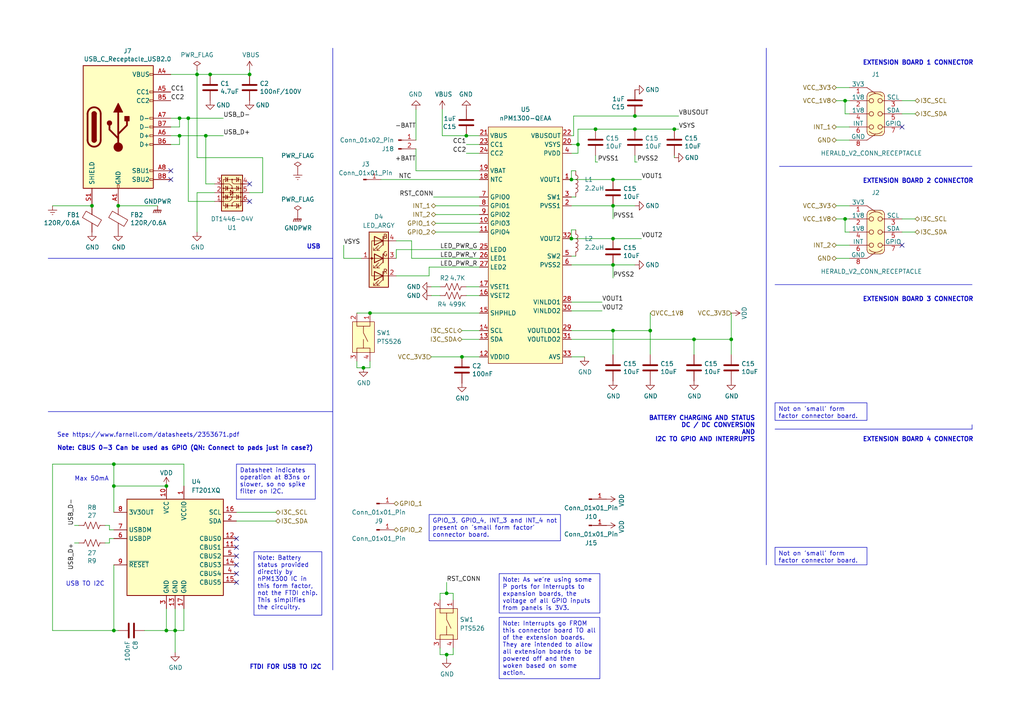
<source format=kicad_sch>
(kicad_sch (version 20230121) (generator eeschema)
  (paper "A4")
  (title_block (title "V2 Wearable Standard Connector Board") (company "The Herald Project") (comment 1 "Copyright 2021-2023 All Rights Reserved") (comment 2 "Licensed under CERN OHL-P-V2"))
  (lib_symbols
    (symbol "Connector:Conn_01x01_Pin" (pin_names (offset 1.016) hide)
      (property "Reference" "J" (at 0 2.54 0))
      (property "Value" "Conn_01x01_Pin" (at 0 -2.54 0))
      (symbol "Conn_01x01_Pin_1_1"
        (pin passive line (at 5.08 0 180) (length 3.81) (name "Pin_1") (number "1"))
      )
    )
    (symbol "Connector:Conn_01x02_Pin" (pin_names (offset 1.016) hide)
      (property "Reference" "J" (at 0 2.54 0))
      (property "Value" "Conn_01x02_Pin" (at 0 -5.08 0))
      (symbol "Conn_01x02_Pin_1_1"
        (pin passive line (at 5.08 0 180) (length 3.81) (name "Pin_1") (number "1"))
        (pin passive line (at 5.08 -2.54 180) (length 3.81) (name "Pin_2") (number "2"))
      )
    )
    (symbol "Connector:USB_C_Receptacle_USB2.0" (pin_names (offset 1.016))
      (property "Reference" "J" (at -10.16 19.05 0))
      (property "Value" "USB_C_Receptacle_USB2.0" (at 19.05 19.05 0))
      (symbol "USB_C_Receptacle_USB2.0_1_1"
        (pin passive line (at 0 -22.86 90) (length 5.08) (name "GND") (number "A1"))
        (pin passive line (at 0 -22.86 90) (length 5.08) hide (name "GND") (number "A12"))
        (pin passive line (at 15.24 15.24 180) (length 5.08) (name "VBUS") (number "A4"))
        (pin bidirectional line (at 15.24 10.16 180) (length 5.08) (name "CC1") (number "A5"))
        (pin bidirectional line (at 15.24 -2.54 180) (length 5.08) (name "D+") (number "A6"))
        (pin bidirectional line (at 15.24 2.54 180) (length 5.08) (name "D-") (number "A7"))
        (pin bidirectional line (at 15.24 -12.7 180) (length 5.08) (name "SBU1") (number "A8"))
        (pin passive line (at 15.24 15.24 180) (length 5.08) hide (name "VBUS") (number "A9"))
        (pin passive line (at 0 -22.86 90) (length 5.08) hide (name "GND") (number "B1"))
        (pin passive line (at 0 -22.86 90) (length 5.08) hide (name "GND") (number "B12"))
        (pin passive line (at 15.24 15.24 180) (length 5.08) hide (name "VBUS") (number "B4"))
        (pin bidirectional line (at 15.24 7.62 180) (length 5.08) (name "CC2") (number "B5"))
        (pin bidirectional line (at 15.24 -5.08 180) (length 5.08) (name "D+") (number "B6"))
        (pin bidirectional line (at 15.24 0 180) (length 5.08) (name "D-") (number "B7"))
        (pin bidirectional line (at 15.24 -15.24 180) (length 5.08) (name "SBU2") (number "B8"))
        (pin passive line (at 15.24 15.24 180) (length 5.08) hide (name "VBUS") (number "B9"))
        (pin passive line (at -7.62 -22.86 90) (length 5.08) (name "SHIELD") (number "S1"))
      )
    )
    (symbol "Device:C" (pin_numbers hide) (pin_names (offset 0.254))
      (property "Reference" "C" (at 0.635 2.54 0))
      (property "Value" "C" (at 0.635 -2.54 0))
      (symbol "C_1_1"
        (pin passive line (at 0 3.81 270) (length 2.794) (name "~") (number "1"))
        (pin passive line (at 0 -3.81 90) (length 2.794) (name "~") (number "2"))
      )
    )
    (symbol "Device:FerriteBead" (pin_numbers hide) (pin_names (offset 0))
      (property "Reference" "FB" (at -3.81 0.635 90))
      (property "Value" "FerriteBead" (at 3.81 0 90))
      (symbol "FerriteBead_1_1"
        (pin passive line (at 0 3.81 270) (length 2.54) (name "~") (number "1"))
        (pin passive line (at 0 -3.81 90) (length 2.54) (name "~") (number "2"))
      )
    )
    (symbol "Device:L" (pin_numbers hide) (pin_names (offset 1.016) hide)
      (property "Reference" "L" (at -1.27 0 90))
      (property "Value" "L" (at 1.905 0 90))
      (symbol "L_1_1"
        (pin passive line (at 0 3.81 270) (length 1.27) (name "1") (number "1"))
        (pin passive line (at 0 -3.81 90) (length 1.27) (name "2") (number "2"))
      )
    )
    (symbol "Device:LED_ARGB" (pin_names (offset 0) hide)
      (property "Reference" "D" (at 0 9.398 0))
      (property "Value" "LED_ARGB" (at 0 -8.89 0))
      (symbol "LED_ARGB_0_0"
        (text "B" (at -1.905 -6.35 0) (effects (font (size 1.27 1.27))))
        (text "G" (at -1.905 -1.27 0) (effects (font (size 1.27 1.27))))
        (text "R" (at -1.905 3.81 0) (effects (font (size 1.27 1.27))))
      )
      (symbol "LED_ARGB_1_1"
        (pin passive line (at 5.08 0 180) (length 2.54) (name "A") (number "1"))
        (pin passive line (at -5.08 5.08 0) (length 2.54) (name "RK") (number "2"))
        (pin passive line (at -5.08 0 0) (length 2.54) (name "GK") (number "3"))
        (pin passive line (at -5.08 -5.08 0) (length 2.54) (name "BK") (number "4"))
      )
    )
    (symbol "Device:R_US" (pin_numbers hide) (pin_names (offset 0))
      (property "Reference" "R" (at 2.54 0 90))
      (property "Value" "R_US" (at -2.54 0 90))
      (symbol "R_US_1_1"
        (pin passive line (at 0 3.81 270) (length 1.27) (name "~") (number "1"))
        (pin passive line (at 0 -3.81 90) (length 1.27) (name "~") (number "2"))
      )
    )
    (symbol "HERALD_V2_CONN_RECEPTACLE_1" (pin_names (offset 0))
      (property "Reference" "J" (at 0 10.16 0))
      (property "Value" "HERALD_V2_CONN_RECEPTACLE" (at -1.27 -12.7 0))
      (symbol "HERALD_V2_CONN_RECEPTACLE_1_1_1"
        (text private "Note: Signal (and 1V8 pins) are each max 0.5A, 3V3 and GND are both max 5A" (at 1.27 -24.13 0) (effects (font (size 1.27 1.27))))
        (text private "Note: You MUST join both 1V8 pins together immediately to allow greater current." (at 1.27 -20.32 0) (effects (font (size 1.27 1.27))))
        (pin power_in line (at -7.62 6.35 0) (length 5.08) (name "3V3") (number "1"))
        (pin power_in line (at -7.62 2.54 0) (length 5.08) (name "1V8") (number "2"))
        (pin passive line (at 7.62 2.54 180) (length 5.08) (name "SCL") (number "3"))
        (pin power_in line (at -7.62 -1.27 0) (length 5.08) (name "1V8") (number "4"))
        (pin bidirectional line (at 7.62 -1.27 180) (length 5.08) (name "SDA") (number "5"))
        (pin bidirectional line (at -7.62 -5.08 0) (length 5.08) (name "INT") (number "6"))
        (pin bidirectional line (at 7.62 -5.08 180) (length 5.08) (name "GPIO") (number "7"))
        (pin power_in line (at -7.62 -8.89 0) (length 5.08) (name "GND") (number "8"))
      )
    )
    (symbol "HERALD_V2_CONN_RECEPTACLE_2" (pin_names (offset 0))
      (property "Reference" "J" (at 0 10.16 0))
      (property "Value" "HERALD_V2_CONN_RECEPTACLE" (at -1.27 -12.7 0))
      (symbol "HERALD_V2_CONN_RECEPTACLE_2_1_1"
        (text private "Note: Signal (and 1V8 pins) are each max 0.5A, 3V3 and GND are both max 5A" (at 1.27 -24.13 0) (effects (font (size 1.27 1.27))))
        (text private "Note: You MUST join both 1V8 pins together immediately to allow greater current." (at 1.27 -20.32 0) (effects (font (size 1.27 1.27))))
        (pin power_in line (at -7.62 6.35 0) (length 5.08) (name "3V3") (number "1"))
        (pin power_in line (at -7.62 2.54 0) (length 5.08) (name "1V8") (number "2"))
        (pin passive line (at 7.62 2.54 180) (length 5.08) (name "SCL") (number "3"))
        (pin power_in line (at -7.62 -1.27 0) (length 5.08) (name "1V8") (number "4"))
        (pin bidirectional line (at 7.62 -1.27 180) (length 5.08) (name "SDA") (number "5"))
        (pin bidirectional line (at -7.62 -5.08 0) (length 5.08) (name "INT") (number "6"))
        (pin bidirectional line (at 7.62 -5.08 180) (length 5.08) (name "GPIO") (number "7"))
        (pin power_in line (at -7.62 -8.89 0) (length 5.08) (name "GND") (number "8"))
      )
    )
    (symbol "Herald_Extras:SPST_NO_RESET" (pin_names hide)
      (property "Reference" "SW" (at 0 4.445 0))
      (property "Value" "PTS526" (at 0 -4.445 0))
      (symbol "SPST_NO_RESET_1_1"
        (pin bidirectional line (at -6.985 1.905 0) (length 2.54) (name "1") (number "1"))
        (pin bidirectional line (at -6.985 -1.905 0) (length 2.54) (name "2") (number "2"))
        (pin bidirectional line (at 6.985 -1.905 180) (length 2.54) (name "3") (number "3"))
        (pin bidirectional line (at 6.985 1.905 180) (length 2.54) (name "4") (number "4"))
      )
    )
    (symbol "Herald_Extras:TVS4-563"
      (property "Reference" "U" (at -6.985 -2.54 0))
      (property "Value" "TVS4-563" (at 6.35 1.27 90))
      (symbol "TVS4-563_1_1"
        (pin passive line (at -2.54 -5.08 90) (length 2.54) (name "~") (number "1"))
        (pin passive line (at 0 -5.08 90) (length 2.54) (name "~") (number "2"))
        (pin passive line (at 2.54 -5.08 90) (length 2.54) (name "~") (number "3"))
        (pin passive line (at 2.54 5.08 270) (length 2.54) (name "~") (number "4"))
        (pin passive line (at 0 5.08 270) (length 2.54) (name "~") (number "5"))
        (pin passive line (at -2.54 5.08 270) (length 2.54) (name "~") (number "6"))
      )
    )
    (symbol "Herald_Extras:nPM1300"
      (property "Reference" "U" (at -9.525 35.56 0))
      (property "Value" "nPM1300" (at 0 -35.56 0))
      (symbol "nPM1300_1_1"
        (pin power_out line (at 13.335 19.05 180) (length 2.54) (name "VOUT1") (number "1"))
        (pin bidirectional line (at -13.335 6.35 0) (length 2.54) (name "GPIO3") (number "10"))
        (pin bidirectional line (at -13.335 3.81 0) (length 2.54) (name "GPIO4") (number "11"))
        (pin passive line (at -13.335 -32.385 0) (length 2.54) (name "VDDIO") (number "12"))
        (pin bidirectional line (at -13.335 -27.305 0) (length 2.54) (name "SDA") (number "13"))
        (pin input line (at -13.335 -24.765 0) (length 2.54) (name "SCL") (number "14"))
        (pin input line (at -13.335 -19.685 0) (length 2.54) (name "SHPHLD") (number "15"))
        (pin input line (at -13.335 -14.605 0) (length 2.54) (name "VSET2") (number "16"))
        (pin input line (at -13.335 -12.065 0) (length 2.54) (name "VSET1") (number "17"))
        (pin input line (at -13.335 19.05 0) (length 2.54) (name "NTC") (number "18"))
        (pin passive line (at -13.335 21.59 0) (length 2.54) (name "VBAT") (number "19"))
        (pin passive line (at 13.335 11.43 180) (length 2.54) (name "PVSS1") (number "2"))
        (pin power_out line (at 13.335 29.21 180) (length 2.54) (name "VSYS") (number "20"))
        (pin passive line (at -13.335 31.75 0) (length 2.54) (name "VBUS") (number "21"))
        (pin power_out line (at 13.335 31.75 180) (length 2.54) (name "VBUSOUT") (number "22"))
        (pin bidirectional line (at -13.335 29.21 0) (length 2.54) (name "CC1") (number "23"))
        (pin bidirectional line (at -13.335 26.67 0) (length 2.54) (name "CC2") (number "24"))
        (pin output line (at -13.335 -1.27 0) (length 2.54) (name "LED0") (number "25"))
        (pin output line (at -13.335 -3.81 0) (length 2.54) (name "LED1") (number "26"))
        (pin output line (at -13.335 -6.35 0) (length 2.54) (name "LED2") (number "27"))
        (pin power_in line (at 13.335 -16.51 180) (length 2.54) (name "VINLDO1") (number "28"))
        (pin power_out line (at 13.335 -24.765 180) (length 2.54) (name "VOUTLDO1") (number "29"))
        (pin passive line (at 13.335 13.97 180) (length 2.54) (name "SW1") (number "3"))
        (pin power_in line (at 13.335 -19.05 180) (length 2.54) (name "VINLDO2") (number "30"))
        (pin power_out line (at 13.335 -27.305 180) (length 2.54) (name "VOUTLDO2") (number "31"))
        (pin power_out line (at 13.335 1.905 180) (length 2.54) (name "VOUT2") (number "32"))
        (pin passive line (at 13.335 -32.385 180) (length 2.54) (name "AVS") (number "33"))
        (pin passive line (at 13.335 26.67 180) (length 2.54) (name "PVDD") (number "4"))
        (pin passive line (at 13.335 -3.175 180) (length 2.54) (name "SW2") (number "5"))
        (pin passive line (at 13.335 -5.715 180) (length 2.54) (name "PVSS2") (number "6"))
        (pin bidirectional line (at -13.335 13.97 0) (length 2.54) (name "GPIO0") (number "7"))
        (pin bidirectional line (at -13.335 11.43 0) (length 2.54) (name "GPIO1") (number "8"))
        (pin bidirectional line (at -13.335 8.89 0) (length 2.54) (name "GPIO2") (number "9"))
      )
    )
    (symbol "Interface_USB:FT201XQ"
      (property "Reference" "U4" (at 4.7341 19.05 0))
      (property "Value" "FT201XQ" (at 4.7341 16.51 0))
      (symbol "FT201XQ_1_1"
        (pin power_in line (at 2.54 17.78 270) (length 3.81) (name "VCCIO") (number "1"))
        (pin power_in line (at -2.54 17.78 270) (length 3.81) (name "VCC") (number "10"))
        (pin bidirectional line (at 17.78 0 180) (length 3.81) (name "CBUS1") (number "11"))
        (pin bidirectional line (at 17.78 2.54 180) (length 3.81) (name "CBUS0") (number "12"))
        (pin power_in line (at 0 -17.78 90) (length 3.81) (name "GND") (number "13"))
        (pin bidirectional line (at 17.78 -5.08 180) (length 3.81) (name "CBUS3") (number "14"))
        (pin bidirectional line (at 17.78 -10.16 180) (length 3.81) (name "CBUS5") (number "15"))
        (pin input line (at 17.78 10.16 180) (length 3.81) (name "SCL") (number "16"))
        (pin power_in line (at 2.54 -17.78 90) (length 3.81) (name "GND") (number "17"))
        (pin bidirectional line (at 17.78 7.62 180) (length 3.81) (name "SDA") (number "2"))
        (pin power_in line (at -2.54 -17.78 90) (length 3.81) (name "GND") (number "3"))
        (pin bidirectional line (at 17.78 -7.62 180) (length 3.81) (name "CBUS4") (number "4"))
        (pin bidirectional line (at 17.78 -2.54 180) (length 3.81) (name "CBUS2") (number "5"))
        (pin bidirectional line (at -17.78 2.54 0) (length 3.81) (name "USBDP") (number "6"))
        (pin bidirectional line (at -17.78 5.08 0) (length 3.81) (name "USBDM") (number "7"))
        (pin passive line (at -17.78 10.16 0) (length 3.81) (name "3V3OUT") (number "8"))
        (pin input line (at -17.78 -5.08 0) (length 3.81) (name "~{RESET}") (number "9"))
      )
    )
    (symbol "power:Earth" (power) (pin_names (offset 0))
      (symbol "Earth_1_1"
        (pin power_in line (at 0 0 270) (length 0) hide (name "Earth") (number "1"))
      )
    )
    (symbol "power:GND" (power) (pin_names (offset 0))
      (property "Value" "GND" (at 0 -3.81 0))
      (symbol "GND_1_1"
        (pin power_in line (at 0 0 270) (length 0) hide (name "GND") (number "1"))
      )
    )
    (symbol "power:GNDPWR" (power) (pin_names (offset 0))
      (property "Value" "GNDPWR" (at 0 -3.302 0))
      (symbol "GNDPWR_1_1"
        (pin power_in line (at 0 0 270) (length 0) hide (name "GNDPWR") (number "1"))
      )
    )
    (symbol "power:PWR_FLAG" (power) (pin_numbers hide) (pin_names (offset 0) hide)
      (property "Value" "PWR_FLAG" (at 0 3.81 0))
      (symbol "PWR_FLAG_0_0"
        (pin power_out line (at 0 0 90) (length 0) (name "pwr") (number "1"))
      )
    )
    (symbol "power:VBUS" (power) (pin_names (offset 0))
      (property "Value" "VBUS" (at 0 3.81 0))
      (symbol "VBUS_1_1"
        (pin power_in line (at 0 0 90) (length 0) hide (name "VBUS") (number "1"))
      )
    )
    (symbol "power:VDD" (power) (pin_names (offset 0))
      (property "Value" "VDD" (at 0 3.81 0))
      (symbol "VDD_1_1"
        (pin power_in line (at 0 0 90) (length 0) hide (name "VDD") (number "1"))
      )
    )
  )
  (junction (at 177.8 59.69))
  (junction (at 33.02 140.97))
  (junction (at 167.64 41.91))
  (junction (at 165.735 52.07))
  (junction (at 52.07 39.37))
  (junction (at 129.54 172.085))
  (junction (at 184.15 37.465))
  (junction (at 52.07 34.29))
  (junction (at 177.8 69.215))
  (junction (at 59.69 39.37))
  (junction (at 195.58 37.465))
  (junction (at 54.61 34.29))
  (junction (at 34.29 59.69))
  (junction (at 129.54 189.865))
  (junction (at 188.595 95.885))
  (junction (at 165.735 69.215))
  (junction (at 133.985 103.505))
  (junction (at 177.8 52.07))
  (junction (at 245.11 63.5))
  (junction (at 172.72 37.465))
  (junction (at 50.8 182.88))
  (junction (at 33.02 134.62))
  (junction (at 57.15 21.59))
  (junction (at 105.41 106.68))
  (junction (at 212.09 98.425))
  (junction (at 48.26 140.97))
  (junction (at 135.255 39.37))
  (junction (at 107.315 90.805))
  (junction (at 177.8 95.885))
  (junction (at 33.02 182.88))
  (junction (at 201.295 98.425))
  (junction (at 72.39 21.59))
  (junction (at 48.26 182.88))
  (junction (at 184.15 33.655))
  (junction (at 177.8 76.835))
  (junction (at 245.11 29.21))
  (junction (at 60.96 21.59))
  (junction (at 26.67 59.69))
  (no_connect (at 68.58 163.83))
  (no_connect (at 261.62 71.12))
  (no_connect (at 68.58 158.75))
  (no_connect (at 49.53 49.53))
  (no_connect (at 49.53 52.07))
  (no_connect (at 261.62 36.83))
  (no_connect (at 68.58 166.37))
  (no_connect (at 68.58 161.29))
  (no_connect (at 68.58 168.91))
  (no_connect (at 72.39 58.42))
  (no_connect (at 68.58 156.21))
  (no_connect (at 72.39 53.34))
  (wire (pts (xy 133.985 103.505) (xy 139.065 103.505)))
  (wire (pts (xy 33.02 163.83) (xy 33.02 182.88)))
  (wire (pts (xy 261.62 67.31) (xy 265.43 67.31)))
  (wire (pts (xy 129.54 189.865) (xy 131.445 189.865)))
  (wire (pts (xy 127.635 173.99) (xy 127.635 172.085)))
  (wire (pts (xy 41.91 182.88) (xy 48.26 182.88)))
  (wire (pts (xy 54.61 34.29) (xy 54.61 58.42)))
  (wire (pts (xy 50.8 182.88) (xy 48.26 182.88)))
  (wire (pts (xy 52.07 34.29) (xy 49.53 34.29)))
  (wire (pts (xy 245.11 29.21) (xy 246.38 29.21)))
  (wire (pts (xy 120.65 43.18) (xy 120.65 49.53)))
  (wire (pts (xy 245.11 63.5) (xy 245.11 67.31)))
  (wire (pts (xy 49.53 21.59) (xy 57.15 21.59)))
  (wire (pts (xy 165.735 76.835) (xy 177.8 76.835)))
  (polyline (pts (xy 222.25 13.97) (xy 222.25 163.83)))
  (wire (pts (xy 167.64 37.465) (xy 167.64 41.91)))
  (wire (pts (xy 33.02 140.97) (xy 48.26 140.97)))
  (wire (pts (xy 184.15 33.655) (xy 196.85 33.655)))
  (wire (pts (xy 57.15 20.32) (xy 57.15 21.59)))
  (wire (pts (xy 119.38 74.93) (xy 139.065 74.93)))
  (wire (pts (xy 33.02 153.67) (xy 31.75 153.67)))
  (wire (pts (xy 246.38 33.02) (xy 245.11 33.02)))
  (wire (pts (xy 49.53 41.91) (xy 52.07 41.91)))
  (wire (pts (xy 50.8 176.53) (xy 50.8 182.88)))
  (wire (pts (xy 167.64 41.91) (xy 165.735 41.91)))
  (wire (pts (xy 201.295 98.425) (xy 212.09 98.425)))
  (wire (pts (xy 129.54 168.91) (xy 129.54 172.085)))
  (wire (pts (xy 15.24 59.69) (xy 26.67 59.69)))
  (wire (pts (xy 48.26 176.53) (xy 48.26 182.88)))
  (wire (pts (xy 30.48 157.48) (xy 31.75 157.48)))
  (wire (pts (xy 127.635 189.865) (xy 129.54 189.865)))
  (wire (pts (xy 135.255 41.91) (xy 139.065 41.91)))
  (wire (pts (xy 54.61 34.29) (xy 64.77 34.29)))
  (wire (pts (xy 52.07 39.37) (xy 59.69 39.37)))
  (wire (pts (xy 167.64 44.45) (xy 165.735 44.45)))
  (wire (pts (xy 184.15 46.99) (xy 184.785 46.99)))
  (wire (pts (xy 165.735 87.63) (xy 174.625 87.63)))
  (wire (pts (xy 131.445 173.99) (xy 131.445 172.085)))
  (wire (pts (xy 103.505 106.68) (xy 105.41 106.68)))
  (wire (pts (xy 54.61 34.29) (xy 52.07 34.29)))
  (wire (pts (xy 242.57 63.5) (xy 245.11 63.5)))
  (wire (pts (xy 166.37 39.37) (xy 165.735 39.37)))
  (wire (pts (xy 195.58 37.465) (xy 196.85 37.465)))
  (wire (pts (xy 201.295 98.425) (xy 201.295 102.87)))
  (wire (pts (xy 165.735 90.17) (xy 174.625 90.17)))
  (wire (pts (xy 62.23 58.42) (xy 54.61 58.42)))
  (polyline (pts (xy 96.52 119.38) (xy 96.52 194.31)))
  (wire (pts (xy 261.62 33.02) (xy 265.43 33.02)))
  (wire (pts (xy 107.315 104.775) (xy 107.315 106.68)))
  (wire (pts (xy 125.73 57.15) (xy 139.065 57.15)))
  (wire (pts (xy 135.255 39.37) (xy 139.065 39.37)))
  (wire (pts (xy 133.985 95.885) (xy 139.065 95.885)))
  (wire (pts (xy 242.57 29.21) (xy 245.11 29.21)))
  (wire (pts (xy 31.75 156.21) (xy 31.75 157.48)))
  (wire (pts (xy 245.11 29.21) (xy 245.11 33.02)))
  (wire (pts (xy 167.64 44.45) (xy 167.64 41.91)))
  (wire (pts (xy 31.75 153.67) (xy 31.75 152.4)))
  (wire (pts (xy 188.595 90.805) (xy 188.595 95.885)))
  (polyline (pts (xy 224.79 82.55) (xy 281.94 82.55)))
  (wire (pts (xy 129.54 172.085) (xy 131.445 172.085)))
  (wire (pts (xy 135.255 83.185) (xy 139.065 83.185)))
  (wire (pts (xy 110.49 52.07) (xy 139.065 52.07)))
  (wire (pts (xy 165.735 66.675) (xy 165.735 69.215)))
  (wire (pts (xy 107.315 90.805) (xy 139.065 90.805)))
  (wire (pts (xy 33.02 182.88) (xy 34.29 182.88)))
  (wire (pts (xy 242.57 40.64) (xy 246.38 40.64)))
  (wire (pts (xy 127.635 187.96) (xy 127.635 189.865)))
  (wire (pts (xy 64.77 39.37) (xy 59.69 39.37)))
  (polyline (pts (xy 13.97 74.93) (xy 96.52 74.93)))
  (wire (pts (xy 119.38 74.93) (xy 119.38 69.85)))
  (wire (pts (xy 165.735 74.295) (xy 167.005 74.295)))
  (wire (pts (xy 177.8 69.215) (xy 186.055 69.215)))
  (wire (pts (xy 21.59 152.4) (xy 22.86 152.4)))
  (wire (pts (xy 126.365 59.69) (xy 139.065 59.69)))
  (wire (pts (xy 242.57 74.93) (xy 246.38 74.93)))
  (polyline (pts (xy 226.06 48.26) (xy 281.94 48.26)))
  (wire (pts (xy 129.54 189.865) (xy 129.54 191.135)))
  (wire (pts (xy 166.37 33.655) (xy 184.15 33.655)))
  (wire (pts (xy 177.8 52.07) (xy 186.055 52.07)))
  (wire (pts (xy 172.72 46.99) (xy 173.355 46.99)))
  (wire (pts (xy 60.96 21.59) (xy 72.39 21.59)))
  (wire (pts (xy 33.02 134.62) (xy 53.34 134.62)))
  (wire (pts (xy 165.735 49.53) (xy 165.735 52.07)))
  (wire (pts (xy 33.02 148.59) (xy 33.02 140.97)))
  (wire (pts (xy 135.255 44.45) (xy 139.065 44.45)))
  (wire (pts (xy 167.005 49.53) (xy 165.735 49.53)))
  (wire (pts (xy 53.34 176.53) (xy 53.34 182.88)))
  (wire (pts (xy 212.09 90.805) (xy 212.09 98.425)))
  (wire (pts (xy 126.365 62.23) (xy 139.065 62.23)))
  (wire (pts (xy 172.72 37.465) (xy 184.15 37.465)))
  (wire (pts (xy 57.15 21.59) (xy 60.96 21.59)))
  (wire (pts (xy 165.735 103.505) (xy 169.545 103.505)))
  (wire (pts (xy 15.24 134.62) (xy 15.24 182.88)))
  (polyline (pts (xy 13.97 119.38) (xy 96.52 119.38)))
  (wire (pts (xy 68.58 148.59) (xy 80.01 148.59)))
  (wire (pts (xy 131.445 187.96) (xy 131.445 189.865)))
  (wire (pts (xy 103.505 90.805) (xy 107.315 90.805)))
  (wire (pts (xy 165.735 57.15) (xy 167.005 57.15)))
  (wire (pts (xy 114.935 80.01) (xy 124.46 80.01)))
  (wire (pts (xy 242.57 71.12) (xy 246.38 71.12)))
  (wire (pts (xy 165.735 52.07) (xy 177.8 52.07)))
  (wire (pts (xy 125.095 83.185) (xy 127.635 83.185)))
  (wire (pts (xy 184.15 45.085) (xy 184.15 46.99)))
  (wire (pts (xy 57.15 55.88) (xy 57.15 67.31)))
  (wire (pts (xy 15.24 182.88) (xy 33.02 182.88)))
  (wire (pts (xy 195.58 45.72) (xy 195.58 45.085)))
  (wire (pts (xy 62.23 55.88) (xy 57.15 55.88)))
  (wire (pts (xy 120.65 31.75) (xy 120.65 40.64)))
  (wire (pts (xy 103.505 104.775) (xy 103.505 106.68)))
  (wire (pts (xy 165.735 69.215) (xy 177.8 69.215)))
  (wire (pts (xy 242.57 25.4) (xy 246.38 25.4)))
  (wire (pts (xy 125.095 85.725) (xy 127.635 85.725)))
  (wire (pts (xy 114.935 72.39) (xy 139.065 72.39)))
  (wire (pts (xy 76.2 55.88) (xy 72.39 55.88)))
  (wire (pts (xy 49.53 36.83) (xy 52.07 36.83)))
  (wire (pts (xy 165.735 95.885) (xy 177.8 95.885)))
  (wire (pts (xy 21.59 157.48) (xy 22.86 157.48)))
  (wire (pts (xy 177.8 76.835) (xy 184.15 76.835)))
  (wire (pts (xy 119.38 69.85) (xy 114.935 69.85)))
  (wire (pts (xy 165.735 66.675) (xy 167.005 66.675)))
  (wire (pts (xy 124.46 77.47) (xy 139.065 77.47)))
  (wire (pts (xy 99.695 74.93) (xy 104.775 74.93)))
  (wire (pts (xy 72.39 20.32) (xy 72.39 21.59)))
  (wire (pts (xy 172.72 45.085) (xy 172.72 46.99)))
  (wire (pts (xy 184.15 37.465) (xy 195.58 37.465)))
  (wire (pts (xy 33.02 134.62) (xy 33.02 140.97)))
  (wire (pts (xy 128.27 39.37) (xy 135.255 39.37)))
  (wire (pts (xy 99.695 71.12) (xy 99.695 74.93)))
  (wire (pts (xy 114.935 72.39) (xy 114.935 74.93)))
  (wire (pts (xy 57.15 21.59) (xy 57.15 45.72)))
  (wire (pts (xy 68.58 151.13) (xy 80.01 151.13)))
  (wire (pts (xy 177.8 102.87) (xy 177.8 95.885)))
  (wire (pts (xy 50.8 182.88) (xy 50.8 189.23)))
  (wire (pts (xy 126.365 67.31) (xy 139.065 67.31)))
  (wire (pts (xy 76.2 45.72) (xy 76.2 55.88)))
  (wire (pts (xy 177.8 95.885) (xy 188.595 95.885)))
  (wire (pts (xy 188.595 102.87) (xy 188.595 95.885)))
  (wire (pts (xy 245.11 63.5) (xy 246.38 63.5)))
  (wire (pts (xy 126.365 64.77) (xy 139.065 64.77)))
  (wire (pts (xy 125.095 103.505) (xy 133.985 103.505)))
  (wire (pts (xy 246.38 67.31) (xy 245.11 67.31)))
  (wire (pts (xy 242.57 36.83) (xy 246.38 36.83)))
  (wire (pts (xy 177.8 59.69) (xy 184.15 59.69)))
  (wire (pts (xy 177.8 59.69) (xy 177.8 63.5)))
  (wire (pts (xy 177.8 80.645) (xy 177.8 76.835)))
  (wire (pts (xy 59.69 39.37) (xy 59.69 53.34)))
  (wire (pts (xy 165.735 98.425) (xy 201.295 98.425)))
  (wire (pts (xy 53.34 182.88) (xy 50.8 182.88)))
  (wire (pts (xy 165.735 59.69) (xy 177.8 59.69)))
  (wire (pts (xy 133.985 98.425) (xy 139.065 98.425)))
  (wire (pts (xy 33.02 156.21) (xy 31.75 156.21)))
  (wire (pts (xy 15.24 134.62) (xy 33.02 134.62)))
  (wire (pts (xy 261.62 29.21) (xy 265.43 29.21)))
  (wire (pts (xy 52.07 39.37) (xy 49.53 39.37)))
  (wire (pts (xy 166.37 33.655) (xy 166.37 39.37)))
  (wire (pts (xy 30.48 152.4) (xy 31.75 152.4)))
  (polyline (pts (xy 281.94 124.46) (xy 281.94 123.19)))
  (wire (pts (xy 52.07 41.91) (xy 52.07 39.37)))
  (wire (pts (xy 128.27 39.37) (xy 128.27 31.75)))
  (wire (pts (xy 53.34 140.97) (xy 53.34 134.62)))
  (wire (pts (xy 105.41 106.68) (xy 107.315 106.68)))
  (wire (pts (xy 59.69 53.34) (xy 62.23 53.34)))
  (wire (pts (xy 212.09 98.425) (xy 212.09 102.87)))
  (wire (pts (xy 120.65 49.53) (xy 139.065 49.53)))
  (wire (pts (xy 167.64 37.465) (xy 172.72 37.465)))
  (wire (pts (xy 261.62 63.5) (xy 265.43 63.5)))
  (polyline (pts (xy 224.79 124.46) (xy 281.94 124.46)))
  (wire (pts (xy 57.15 45.72) (xy 76.2 45.72)))
  (wire (pts (xy 52.07 36.83) (xy 52.07 34.29)))
  (wire (pts (xy 135.255 85.725) (xy 139.065 85.725)))
  (wire (pts (xy 124.46 77.47) (xy 124.46 80.01)))
  (wire (pts (xy 242.57 59.69) (xy 246.38 59.69)))
  (polyline (pts (xy 96.52 119.38) (xy 96.52 13.97)))
  (wire (pts (xy 45.72 59.69) (xy 34.29 59.69)))
  (wire (pts (xy 127.635 172.085) (xy 129.54 172.085)))
  (text_box "Note: Interrupts go FROM this connector board TO all of the extension boards. They are intended to allow all extension boards to be powered off and then woken based on some action." (at 144.78 179.07 0) (size 29.21 17.78) (effects (font (size 1.27 1.27)) (justify left top)))
  (text_box "Not on 'small' form factor connector board." (at 224.79 158.75 0) (size 26.67 5.08) (effects (font (size 1.27 1.27)) (justify left top)))
  (text_box "Datasheet indicates operation at 83ns or slower, so no spike filter on I2C." (at 68.58 134.62 0) (size 22.86 10.16) (effects (font (size 1.27 1.27)) (justify left top)))
  (text_box "Not on 'small' form factor connector board." (at 224.79 116.84 0) (size 26.67 5.08) (effects (font (size 1.27 1.27)) (justify left top)))
  (text_box "Note: As we're using some P ports for Interrupts to expansion boards, the voltage of all GPIO inputs from panels is 3V3." (at 144.78 166.37 0) (size 29.21 11.43) (effects (font (size 1.27 1.27)) (justify left top)))
  (text_box "Note: Battery status provided directly by nPM1300 IC in this form factor, not the FTDI chip. This simplifies the circuitry." (at 73.66 160.02 0) (size 19.685 18.415) (effects (font (size 1.27 1.27)) (justify left top)))
  (text_box "GPIO_3, GPIO_4, INT_3 and INT_4 not present on 'small form factor' connector board." (at 124.46 149.225 0) (size 38.1 7.62) (effects (font (size 1.27 1.27)) (justify left top)))
  (text "USB TO I2C" (at 19.05 170.18 0) (effects (font (size 1.27 1.27)) (justify left bottom)))
  (text "BATTERY CHARGING AND STATUS\nDC / DC CONVERSION\nAND\nI2C TO GPIO AND INTERRUPTS" (at 219.075 128.27 0) (effects (font (size 1.27 1.27) (thickness 0.254) bold) (justify right bottom)))
  (text "USB" (at 88.9 72.39 0) (effects (font (size 1.27 1.27) (thickness 0.254) bold) (justify left bottom)))
  (text "FTDI FOR USB TO I2C" (at 93.345 194.31 0) (effects (font (size 1.27 1.27) (thickness 0.254) bold) (justify right bottom)))
  (text "EXTENSION BOARD 3 CONNECTOR" (at 250.19 87.63 0) (effects (font (size 1.27 1.27) (thickness 0.254) bold) (justify left bottom)))
  (text "See https://www.farnell.com/datasheets/2353671.pdf" (at 16.51 127 0) (effects (font (size 1.27 1.27)) (justify left bottom)))
  (text "EXTENSION BOARD 1 CONNECTOR" (at 250.19 19.05 0) (effects (font (size 1.27 1.27) (thickness 0.254) bold) (justify left bottom)))
  (text "Max 50mA" (at 21.59 139.7 0) (effects (font (size 1.27 1.27)) (justify left bottom)))
  (text "EXTENSION BOARD 2 CONNECTOR" (at 250.19 53.34 0) (effects (font (size 1.27 1.27) (thickness 0.254) bold) (justify left bottom)))
  (text "Note: CBUS 0-3 Can be used as GPIO (QN: Connect to pads just in case?)" (at 16.51 130.81 0) (effects (font (size 1.27 1.27) (thickness 0.254) bold) (justify left bottom)))
  (text "EXTENSION BOARD 4 CONNECTOR" (at 250.19 128.27 0) (effects (font (size 1.27 1.27) (thickness 0.254) bold) (justify left bottom)))
  (label "CC1" (at 49.53 26.67 0))
  (label "USB_D-" (at 21.59 152.4 90))
  (label "VOUT1" (at 174.625 87.63 0))
  (label "LED_PWR_G" (at 127.635 72.39 0))
  (label "CC2" (at 49.53 29.21 0))
  (label "PVSS2" (at 184.785 46.99 0))
  (label "VBUSOUT" (at 196.85 33.655 0))
  (label "VSYS" (at 99.695 71.12 0))
  (label "PVSS1" (at 177.8 63.5 0))
  (label "-BATT" (at 120.65 37.465 180))
  (label "LED_PWR_Y" (at 127.635 74.93 0))
  (label "VSYS" (at 196.85 37.465 0))
  (label "VOUT1" (at 186.055 52.07 0))
  (label "CC1" (at 135.255 41.91 180))
  (label "VOUT2" (at 186.055 69.215 0))
  (label "PVSS1" (at 173.355 46.99 0))
  (label "USB_D+" (at 64.77 39.37 0))
  (label "NTC" (at 119.38 52.07 180))
  (label "PVSS2" (at 177.8 80.645 0))
  (label "RST_CONN" (at 125.73 57.15 180))
  (label "+BATT" (at 120.65 46.99 180))
  (label "RST_CONN" (at 129.54 168.91 0))
  (label "LED_PWR_R" (at 127.635 77.47 0))
  (label "VOUT2" (at 174.625 90.17 0))
  (label "CC2" (at 135.255 44.45 180))
  (label "USB_D+" (at 21.59 157.48 270))
  (label "USB_D-" (at 64.77 34.29 0))
  (hierarchical_label "I3C_SDA" (shape bidirectional) (at 80.01 151.13 0))
  (hierarchical_label "GPIO_1" (shape bidirectional) (at 114.3 146.05 0))
  (hierarchical_label "VCC_3V3" (shape input) (at 125.095 103.505 180))
  (hierarchical_label "VCC_1V8" (shape input) (at 188.595 90.805 0))
  (hierarchical_label "I3C_SDA" (shape bidirectional) (at 133.985 98.425 180))
  (hierarchical_label "GPIO_1" (shape bidirectional) (at 126.365 64.77 180))
  (hierarchical_label "VCC_3V3" (shape bidirectional) (at 242.57 25.4 180))
  (hierarchical_label "GPIO_2" (shape bidirectional) (at 126.365 67.31 180))
  (hierarchical_label "INT_1" (shape bidirectional) (at 242.57 36.83 180))
  (hierarchical_label "GND" (shape bidirectional) (at 242.57 74.93 180))
  (hierarchical_label "INT_2" (shape bidirectional) (at 242.57 71.12 180))
  (hierarchical_label "VCC_3V3" (shape bidirectional) (at 242.57 59.69 180))
  (hierarchical_label "INT_2" (shape bidirectional) (at 126.365 62.23 180))
  (hierarchical_label "I3C_SCL" (shape bidirectional) (at 265.43 63.5 0))
  (hierarchical_label "I3C_SDA" (shape bidirectional) (at 265.43 67.31 0))
  (hierarchical_label "VCC_1V8" (shape bidirectional) (at 242.57 63.5 180))
  (hierarchical_label "I3C_SCL" (shape bidirectional) (at 265.43 29.21 0))
  (hierarchical_label "GPIO_2" (shape bidirectional) (at 114.3 153.67 0))
  (hierarchical_label "VCC_1V8" (shape bidirectional) (at 242.57 29.21 180))
  (hierarchical_label "I3C_SCL" (shape bidirectional) (at 133.985 95.885 180))
  (hierarchical_label "I3C_SCL" (shape bidirectional) (at 80.01 148.59 0))
  (hierarchical_label "GND" (shape bidirectional) (at 242.57 40.64 180))
  (hierarchical_label "I3C_SDA" (shape bidirectional) (at 265.43 33.02 0))
  (hierarchical_label "VCC_3V3" (shape input) (at 212.09 90.805 180))
  (hierarchical_label "INT_1" (shape bidirectional) (at 126.365 59.69 180))
  (symbol (lib_id "power:GND") (at 60.96 29.21 0) (unit 1)
    (property "Reference" "#PWR06" (effects hide))
    (property "Value" "GND" (at 64.77 30.48 0))
    (instances (project "wearable-v2" (path "" (reference "#PWR06") (unit 1))) (project "pcb-standard-connector" (path "" (reference "#PWR06") (unit 1))) (project "pcb-connector-micro" (path "" (reference "#PWR06") (unit 1))) (project "wearable" (path "" (reference "#PWR015") (unit 1))))
  )
  (symbol (lib_id "power:GND") (at 188.595 110.49 0) (unit 1)
    (property "Reference" "#PWR063" (effects hide))
    (property "Value" "GND" (at 188.722 114.8842 0))
    (instances (project "wearable-v2" (path "" (reference "#PWR063") (unit 1))) (project "pcb-standard-connector" (path "" (reference "#PWR063") (unit 1))) (project "pcb-connector-micro" (path "" (reference "#PWR040") (unit 1))) (project "wearable" (path "" (reference "#PWR0115") (unit 1))))
  )
  (symbol (lib_id "Device:L") (at 167.005 53.34 0) (unit 1)
    (property "Reference" "L1" (at 169.545 52.07 0) (effects (justify left)))
    (property "Value" "2.2uH" (at 169.545 54.61 0) (effects (justify left)))
    (property "Footprint" "Inductor_SMD:L_1008_2520Metric" (effects hide))
    (property "Datasheet" "https://www.we-online.com/katalog/datasheet/74404024022.pdf" (effects hide))
    (property "MPN" "74404024022" (effects hide))
    (property "Description" "FIXED IND 2.2UH 1.8A 80 MOHM SMD" (effects hide))
  )
  (symbol (lib_id "power:GND") (at 125.095 83.185 270) (unit 1)
    (property "Reference" "#PWR020" (effects hide))
    (property "Value" "GND" (at 120.015 83.185 90))
    (instances (project "wearable-v2" (path "" (reference "#PWR020") (unit 1))) (project "pcb-standard-connector" (path "" (reference "#PWR020") (unit 1))) (project "pcb-connector-micro" (path "" (reference "#PWR036") (unit 1))) (project "wearable" (path "" (reference "#PWR045") (unit 1))))
  )
  (symbol (lib_id "power:GND") (at 34.29 67.31 0) (unit 1)
    (property "Reference" "#PWR03" (effects hide))
    (property "Value" "GND" (at 34.417 71.7042 0))
    (instances (project "wearable-v2" (path "" (reference "#PWR03") (unit 1))) (project "pcb-standard-connector" (path "" (reference "#PWR03") (unit 1))) (project "pcb-connector-micro" (path "" (reference "#PWR03") (unit 1))) (project "wearable" (path "" (reference "#PWR06") (unit 1))))
  )
  (symbol (lib_id "power:GND") (at 125.095 85.725 270) (unit 1)
    (property "Reference" "#PWR020" (effects hide))
    (property "Value" "GND" (at 120.015 85.725 90))
    (instances (project "wearable-v2" (path "" (reference "#PWR020") (unit 1))) (project "pcb-standard-connector" (path "" (reference "#PWR020") (unit 1))) (project "pcb-connector-micro" (path "" (reference "#PWR037") (unit 1))) (project "wearable" (path "" (reference "#PWR045") (unit 1))))
  )
  (symbol (lib_id "Device:C") (at 177.8 55.88 0) (unit 1)
    (property "Reference" "C15" (at 180.721 54.7116 0) (effects (justify left)))
    (property "Value" "10uF" (at 180.721 57.023 0) (effects (justify left)))
    (property "Footprint" "Capacitor_SMD:C_0402_1005Metric" (effects hide))
    (property "Datasheet" "https://search.murata.co.jp/Ceramy/image/img/A01X/G101/ENG/GRM155R61A106ME11-01A.pdf" (effects hide))
    (property "Description" "CAP CER 10UF 10V X5R 0402" (effects hide))
    (property "MPN" "GRM155R61A106ME11D" (effects hide))
    (instances (project "wearable-v2" (path "" (reference "C15") (unit 1)) (path "" (reference "C31") (unit 1))) (project "pcb-standard-connector" (path "" (reference "C31") (unit 1))) (project "pcb-connector-micro" (path "" (reference "C7") (unit 1))) (project "wearable" (path "" (reference "C101") (unit 1)) (path "" (reference "C?") (unit 1))))
  )
  (symbol (lib_id "Device:LED_ARGB") (at 109.855 74.93 180) (unit 1)
    (property "Reference" "D4" (at 109.855 62.865 0))
    (property "Value" "LED_ARGY" (at 109.855 65.405 0))
    (property "Footprint" "Herald:LED_Kingbright_APHF1608" (effects hide))
    (property "Datasheet" "https://everlightamericas.com/index.php?controller=attachment&id_attachment=3016" (effects hide))
    (property "MPN" "EAST1616RGYA0" (effects hide))
    (property "Description" "PCB TOP VIEW SMD LED - TRI COLOR" (effects hide))
  )
  (symbol (lib_id "power:VBUS") (at 72.39 20.32 0) (unit 1)
    (property "Reference" "#PWR07" (effects hide))
    (property "Value" "VBUS" (at 72.771 15.9258 0))
    (instances (project "wearable-v2" (path "" (reference "#PWR07") (unit 1))) (project "pcb-standard-connector" (path "" (reference "#PWR07") (unit 1))) (project "pcb-connector-micro" (path "" (reference "#PWR07") (unit 1))) (project "wearable" (path "" (reference "#PWR017") (unit 1))))
  )
  (symbol (lib_id "Connector:Conn_01x01_Pin") (at 105.41 52.07 0) (unit 1)
    (property "Reference" "J3" (at 106.045 47.625 0))
    (property "Value" "Conn_01x01_Pin" (at 106.045 50.165 0))
    (property "Footprint" "Connector_PinHeader_1.00mm:PinHeader_1x01_P1.00mm_Vertical" (effects hide))
  )
  (symbol (lib_id "power:GND") (at 26.67 67.31 0) (unit 1)
    (property "Reference" "#PWR02" (effects hide))
    (property "Value" "GND" (at 26.797 71.7042 0))
    (instances (project "wearable-v2" (path "" (reference "#PWR02") (unit 1))) (project "pcb-standard-connector" (path "" (reference "#PWR02") (unit 1))) (project "pcb-connector-micro" (path "" (reference "#PWR02") (unit 1))) (project "wearable" (path "" (reference "#PWR04") (unit 1))))
  )
  (symbol (lib_id "power:GND") (at 184.15 26.035 90) (unit 1)
    (property "Reference" "#PWR020" (effects hide))
    (property "Value" "GND" (at 189.23 26.035 90))
    (instances (project "wearable-v2" (path "" (reference "#PWR020") (unit 1))) (project "pcb-standard-connector" (path "" (reference "#PWR020") (unit 1))) (project "pcb-connector-micro" (path "" (reference "#PWR038") (unit 1))) (project "wearable" (path "" (reference "#PWR045") (unit 1))))
  )
  (symbol (lib_id "Connector:Conn_01x01_Pin") (at 170.815 152.4 0) (unit 1)
    (property "Reference" "J15" (at 171.45 157.48 0))
    (property "Value" "Conn_01x01_Pin" (at 171.45 154.94 0))
    (property "Footprint" "Connector_PinHeader_1.00mm:PinHeader_1x01_P1.00mm_Vertical" (effects hide))
  )
  (symbol (lib_id "power:GND") (at 50.8 189.23 0) (unit 1)
    (property "Reference" "#PWR034" (effects hide))
    (property "Value" "GND" (at 50.927 193.6242 0))
    (instances (project "wearable-v2" (path "" (reference "#PWR034") (unit 1))) (project "pcb-standard-connector" (path "" (reference "#PWR034") (unit 1))) (project "pcb-connector-micro" (path "" (reference "#PWR034") (unit 1))) (project "wearable" (path "" (reference "#PWR060") (unit 1))))
  )
  (symbol (lib_id "power:PWR_FLAG") (at 86.36 49.53 0) (unit 1)
    (property "Reference" "#FLG02" (effects hide))
    (property "Value" "PWR_FLAG" (at 86.36 45.1358 0))
    (instances (project "wearable-v2" (path "" (reference "#FLG02") (unit 1))) (project "pcb-standard-connector" (path "" (reference "#FLG02") (unit 1))) (project "pcb-connector-micro" (path "" (reference "#FLG02") (unit 1))) (project "wearable" (path "" (reference "#FLG0105") (unit 1))))
  )
  (symbol (lib_id "Device:C") (at 38.1 182.88 90) (unit 1)
    (property "Reference" "C8" (at 39.2684 185.801 0) (effects (justify right)))
    (property "Value" "100nF" (at 36.957 185.801 0) (effects (justify right)))
    (property "Footprint" "Capacitor_SMD:C_0402_1005Metric" (effects hide))
    (property "Description" "Capacitor, X7R 10%, 25V" (effects hide))
    (property "MPN" "GRM155R71E104KE14D" (effects hide))
    (instances (project "wearable-v2" (path "" (reference "C8") (unit 1))) (project "pcb-standard-connector" (path "" (reference "C8") (unit 1))) (project "pcb-connector-micro" (path "" (reference "C16") (unit 1))) (project "wearable" (path "" (reference "C22") (unit 1))))
  )
  (symbol (lib_id "power:GND") (at 169.545 103.505 0) (unit 1)
    (property "Reference" "#PWR063" (effects hide))
    (property "Value" "GND" (at 169.672 107.8992 0))
    (instances (project "wearable-v2" (path "" (reference "#PWR063") (unit 1))) (project "pcb-standard-connector" (path "" (reference "#PWR063") (unit 1))) (project "pcb-connector-micro" (path "" (reference "#PWR025") (unit 1))) (project "wearable" (path "" (reference "#PWR0115") (unit 1))))
  )
  (symbol (lib_id "power:GND") (at 184.15 59.69 90) (unit 1)
    (property "Reference" "#PWR020" (effects hide))
    (property "Value" "GND" (at 189.23 59.69 90))
    (instances (project "wearable-v2" (path "" (reference "#PWR020") (unit 1))) (project "pcb-standard-connector" (path "" (reference "#PWR020") (unit 1))) (project "pcb-connector-micro" (path "" (reference "#PWR032") (unit 1))) (project "wearable" (path "" (reference "#PWR045") (unit 1))))
  )
  (symbol (lib_id "power:VDD") (at 175.895 144.78 270) (unit 1)
    (property "Reference" "#PWR029" (effects hide))
    (property "Value" "VDD" (at 180.2892 145.161 0))
    (instances (project "wearable-v2" (path "" (reference "#PWR029") (unit 1))) (project "pcb-standard-connector" (path "" (reference "#PWR013") (unit 1))) (project "pcb-connector-micro" (path "" (reference "#PWR029") (unit 1))) (project "wearable" (path "" (reference "#PWR059") (unit 1))))
  )
  (symbol (lib_id "power:GND") (at 105.41 106.68 0) (unit 1)
    (property "Reference" "#PWR024" (effects hide))
    (property "Value" "GND" (at 105.537 111.0742 0))
    (instances (project "wearable-v2" (path "" (reference "#PWR024") (unit 1))) (project "pcb-standard-connector" (path "" (reference "#PWR028") (unit 1))) (project "pcb-connector-micro" (path "" (reference "#PWR011") (unit 1))) (project "wearable" (path "" (reference "#PWR060") (unit 1))))
  )
  (symbol (lib_id "Device:C") (at 212.09 106.68 0) (unit 1)
    (property "Reference" "C15" (at 215.011 105.5116 0) (effects (justify left)))
    (property "Value" "10uF" (at 215.011 107.823 0) (effects (justify left)))
    (property "Footprint" "Capacitor_SMD:C_0402_1005Metric" (effects hide))
    (property "Datasheet" "https://search.murata.co.jp/Ceramy/image/img/A01X/G101/ENG/GRM155R61A106ME11-01A.pdf" (effects hide))
    (property "Description" "CAP CER 10UF 10V X5R 0402" (effects hide))
    (property "MPN" "GRM155R61A106ME11D" (effects hide))
    (instances (project "wearable-v2" (path "" (reference "C15") (unit 1)) (path "" (reference "C31") (unit 1))) (project "pcb-standard-connector" (path "" (reference "C31") (unit 1))) (project "pcb-connector-micro" (path "" (reference "C12") (unit 1))) (project "wearable" (path "" (reference "C101") (unit 1)) (path "" (reference "C?") (unit 1))))
  )
  (symbol (lib_id "Device:FerriteBead") (at 26.67 63.5 0) (unit 1)
    (property "Reference" "FB1" (at 23.2156 62.3316 0) (effects (justify right)))
    (property "Value" "120R/0.6A" (at 23.2156 64.643 0) (effects (justify right)))
    (property "Footprint" "Inductor_SMD:L_0402_1005Metric" (effects hide))
    (property "Description" "Ferrite bead" (effects hide))
    (property "MPN" "MFBM1V1005-121-R" (effects hide))
  )
  (symbol (lib_id "Device:C") (at 177.8 106.68 0) (unit 1)
    (property "Reference" "C15" (at 180.721 105.5116 0) (effects (justify left)))
    (property "Value" "10uF" (at 180.721 107.823 0) (effects (justify left)))
    (property "Footprint" "Capacitor_SMD:C_0402_1005Metric" (effects hide))
    (property "Datasheet" "https://search.murata.co.jp/Ceramy/image/img/A01X/G101/ENG/GRM155R61A106ME11-01A.pdf" (effects hide))
    (property "Description" "CAP CER 10UF 10V X5R 0402" (effects hide))
    (property "MPN" "GRM155R61A106ME11D" (effects hide))
    (instances (project "wearable-v2" (path "" (reference "C15") (unit 1)) (path "" (reference "C31") (unit 1))) (project "pcb-standard-connector" (path "" (reference "C31") (unit 1))) (project "pcb-connector-micro" (path "" (reference "C9") (unit 1))) (project "wearable" (path "" (reference "C101") (unit 1)) (path "" (reference "C?") (unit 1))))
  )
  (symbol (lib_id "Connector:USB_C_Receptacle_USB2.0") (at 34.29 36.83 0) (unit 1)
    (property "Reference" "J7" (at 37.0078 14.8082 0))
    (property "Value" "USB_C_Receptacle_USB2.0" (at 37.0078 17.1196 0))
    (property "Footprint" "Herald:USB_C_Receptacle_IPxx" (effects hide))
    (property "Datasheet" "https://www.usb.org/sites/default/files/documents/usb_type-c.zip" (effects hide))
    (property "Description" "USB Type-C Receptacle" (effects hide))
    (property "MPN" "124018802112A" (effects hide))
    (instances (project "wearable-v2" (path "" (reference "J7") (unit 1))) (project "pcb-standard-connector" (path "" (reference "J7") (unit 1))) (project "pcb-connector-micro" (path "" (reference "J7") (unit 1))) (project "wearable" (path "" (reference "J1") (unit 1))))
  )
  (symbol (lib_id "power:GNDPWR") (at 45.72 59.69 0) (unit 1)
    (property "Reference" "#PWR04" (effects hide))
    (property "Value" "GNDPWR" (at 45.72 58.42 0))
    (instances (project "wearable-v2" (path "" (reference "#PWR04") (unit 1))) (project "pcb-standard-connector" (path "" (reference "#PWR04") (unit 1))) (project "pcb-connector-micro" (path "" (reference "#PWR04") (unit 1))) (project "wearable" (path "" (reference "#PWR0122") (unit 1))))
  )
  (symbol (lib_id "Device:R_US") (at 26.67 152.4 270) (unit 1)
    (property "Reference" "R8" (at 26.67 147.193 90))
    (property "Value" "27" (at 26.67 149.5044 90))
    (property "Footprint" "Resistor_SMD:R_0402_1005Metric" (effects hide))
    (property "Description" "Resistor, 1%, 100mW" (effects hide))
    (property "MPN" "RC0402FR-075R6L" (effects hide))
    (instances (project "wearable-v2" (path "" (reference "R8") (unit 1))) (project "pcb-standard-connector" (path "" (reference "R8") (unit 1))) (project "pcb-connector-micro" (path "" (reference "R8") (unit 1))) (project "wearable" (path "" (reference "R22") (unit 1))))
  )
  (symbol (lib_id "Device:C") (at 60.96 25.4 180) (unit 1)
    (property "Reference" "C1" (at 63.881 24.2316 0) (effects (justify right)))
    (property "Value" "4.7uF" (at 63.881 26.543 0) (effects (justify right)))
    (property "Footprint" "Capacitor_SMD:C_0402_1005Metric" (effects hide))
    (property "Description" "Capacitor, X5R 20% 16V" (effects hide))
    (property "MPN" "0402YD475MAT2A" (effects hide))
    (instances (project "wearable-v2" (path "" (reference "C1") (unit 1))) (project "pcb-standard-connector" (path "" (reference "C1") (unit 1))) (project "pcb-connector-micro" (path "" (reference "C14") (unit 1))) (project "wearable" (path "" (reference "C1") (unit 1))))
  )
  (symbol (lib_id "Interface_USB:FT201XQ") (at 50.8 158.75 0) (unit 1)
    (property "Reference" "U4" (at 55.5341 139.7 0) (effects (justify left)))
    (property "Value" "FT201XQ" (at 55.5341 142.24 0) (effects (justify left)))
    (property "Footprint" "Package_DFN_QFN:QFN-16-1EP_4x4mm_P0.65mm_EP2.1x2.1mm" (effects hide))
    (property "Datasheet" "https://www.ftdichip.com/Support/Documents/DataSheets/ICs/DS_FT201X.pdf" (effects hide))
    (property "MPN" "FT201XQ-R" (effects hide))
  )
  (symbol (lib_id "power:GND") (at 195.58 45.72 90) (unit 1)
    (property "Reference" "#PWR020" (effects hide))
    (property "Value" "GND" (at 200.66 45.72 90))
    (instances (project "wearable-v2" (path "" (reference "#PWR020") (unit 1))) (project "pcb-standard-connector" (path "" (reference "#PWR020") (unit 1))) (project "pcb-connector-micro" (path "" (reference "#PWR033") (unit 1))) (project "wearable" (path "" (reference "#PWR045") (unit 1))))
  )
  (symbol (lib_id "Connector:Conn_01x01_Pin") (at 170.815 144.78 0) (unit 1)
    (property "Reference" "J10" (at 171.45 149.86 0))
    (property "Value" "Conn_01x01_Pin" (at 171.45 147.32 0))
    (property "Footprint" "Connector_PinHeader_1.00mm:PinHeader_1x01_P1.00mm_Vertical" (effects hide))
  )
  (symbol (lib_id "power:Earth") (at 86.36 49.53 0) (unit 1)
    (property "Reference" "#PWR09" (effects hide))
    (property "Value" "Earth" (effects hide))
    (instances (project "wearable-v2" (path "" (reference "#PWR09") (unit 1))) (project "pcb-standard-connector" (path "" (reference "#PWR09") (unit 1))) (project "pcb-connector-micro" (path "" (reference "#PWR09") (unit 1))) (project "wearable" (path "" (reference "#PWR0117") (unit 1))))
  )
  (symbol (lib_name "HERALD_V2_CONN_RECEPTACLE_1") (lib_id "Herald_Extras:HERALD_V2_CONN_RECEPTACLE") (at 254 31.75 0) (unit 1)
    (property "Reference" "J1" (at 254 21.59 0))
    (property "Value" "HERALD_V2_CONN_RECEPTACLE" (at 252.73 44.45 0))
    (property "Footprint" "Herald:HERALD_V2_CONN_RECEPTACLE" (effects hide))
    (property "Datasheet" "https://ele.kyocera.com/assets/products/connector/specification/201035861003.pdf" (effects hide))
    (property "MPN" "245861006004829+" (effects hide))
  )
  (symbol (lib_id "Connector:Conn_01x01_Pin") (at 109.22 146.05 0) (unit 1)
    (property "Reference" "J9" (at 109.855 151.13 0))
    (property "Value" "Conn_01x01_Pin" (at 109.855 148.59 0))
    (property "Footprint" "Connector_PinHeader_1.00mm:PinHeader_1x01_P1.00mm_Vertical" (effects hide))
  )
  (symbol (lib_id "power:GND") (at 57.15 67.31 0) (unit 1)
    (property "Reference" "#PWR05" (effects hide))
    (property "Value" "GND" (at 57.277 71.7042 0))
    (instances (project "wearable-v2" (path "" (reference "#PWR05") (unit 1))) (project "pcb-standard-connector" (path "" (reference "#PWR05") (unit 1))) (project "pcb-connector-micro" (path "" (reference "#PWR05") (unit 1))) (project "wearable" (path "" (reference "#PWR013") (unit 1))))
  )
  (symbol (lib_id "Device:R_US") (at 26.67 157.48 90) (unit 1)
    (property "Reference" "R9" (at 26.67 162.687 90))
    (property "Value" "27" (at 26.67 160.3756 90))
    (property "Footprint" "Resistor_SMD:R_0402_1005Metric" (effects hide))
    (property "Description" "Resistor, 1%, 100mW" (effects hide))
    (property "MPN" "RC0402FR-075R6L" (effects hide))
    (instances (project "wearable-v2" (path "" (reference "R9") (unit 1))) (project "pcb-standard-connector" (path "" (reference "R9") (unit 1))) (project "pcb-connector-micro" (path "" (reference "R9") (unit 1))) (project "wearable" (path "" (reference "R22") (unit 1))))
  )
  (symbol (lib_id "Herald_Extras:nPM1300") (at 152.4 71.12 0) (unit 1)
    (property "Reference" "U5" (at 152.4 31.75 0))
    (property "Value" "nPM1300-QEAA" (at 152.4 34.29 0))
    (property "Footprint" "Package_DFN_QFN:QFN-32-1EP_5x5mm_P0.5mm_EP3.6x3.6mm" (effects hide))
    (property "Datasheet" "https://infocenter.nordicsemi.com/index.jsp?topic=%2Fstruct_pmic%2Fstruct%2Fnpm1300.html" (effects hide))
    (property "MPN" "NPM1300-QEAA" (effects hide))
  )
  (symbol (lib_id "power:GND") (at 177.8 110.49 0) (unit 1)
    (property "Reference" "#PWR063" (effects hide))
    (property "Value" "GND" (at 177.927 114.8842 0))
    (instances (project "wearable-v2" (path "" (reference "#PWR063") (unit 1))) (project "pcb-standard-connector" (path "" (reference "#PWR063") (unit 1))) (project "pcb-connector-micro" (path "" (reference "#PWR039") (unit 1))) (project "wearable" (path "" (reference "#PWR0115") (unit 1))))
  )
  (symbol (lib_id "Device:C") (at 188.595 106.68 0) (unit 1)
    (property "Reference" "C15" (at 191.516 105.5116 0) (effects (justify left)))
    (property "Value" "10uF" (at 191.516 107.823 0) (effects (justify left)))
    (property "Footprint" "Capacitor_SMD:C_0402_1005Metric" (effects hide))
    (property "Datasheet" "https://search.murata.co.jp/Ceramy/image/img/A01X/G101/ENG/GRM155R61A106ME11-01A.pdf" (effects hide))
    (property "Description" "CAP CER 10UF 10V X5R 0402" (effects hide))
    (property "MPN" "GRM155R61A106ME11D" (effects hide))
    (instances (project "wearable-v2" (path "" (reference "C15") (unit 1)) (path "" (reference "C31") (unit 1))) (project "pcb-standard-connector" (path "" (reference "C31") (unit 1))) (project "pcb-connector-micro" (path "" (reference "C10") (unit 1))) (project "wearable" (path "" (reference "C101") (unit 1)) (path "" (reference "C?") (unit 1))))
  )
  (symbol (lib_id "power:GND") (at 212.09 110.49 0) (unit 1)
    (property "Reference" "#PWR063" (effects hide))
    (property "Value" "GND" (at 212.217 114.8842 0))
    (instances (project "wearable-v2" (path "" (reference "#PWR063") (unit 1))) (project "pcb-standard-connector" (path "" (reference "#PWR063") (unit 1))) (project "pcb-connector-micro" (path "" (reference "#PWR014") (unit 1))) (project "wearable" (path "" (reference "#PWR0115") (unit 1))))
  )
  (symbol (lib_id "Herald_Extras:SPST_NO_RESET") (at 129.54 180.975 270) (unit 1)
    (property "Reference" "SW1" (at 133.35 179.705 90) (effects (justify left)))
    (property "Value" "PTS526" (at 133.35 182.245 90) (effects (justify left)))
    (property "Footprint" "Herald:PTS526" (effects hide))
    (property "Datasheet" "https://www.ckswitches.com/media/2780/pts526.pdf" (effects hide))
    (property "Manufacturer Product Number" "PTS526 SM15 SMTR2 LFS" (effects hide))
    (property "Detailed Description" "Tactile Switch SPST-NO Top Actuated Surface Mount" (effects hide))
  )
  (symbol (lib_id "Device:C") (at 184.15 41.275 0) (unit 1)
    (property "Reference" "C15" (at 187.071 40.1066 0) (effects (justify left)))
    (property "Value" "10uF" (at 187.071 42.418 0) (effects (justify left)))
    (property "Footprint" "Capacitor_SMD:C_0402_1005Metric" (effects hide))
    (property "Datasheet" "https://search.murata.co.jp/Ceramy/image/img/A01X/G101/ENG/GRM155R61A106ME11-01A.pdf" (effects hide))
    (property "Description" "CAP CER 10UF 10V X5R 0402" (effects hide))
    (property "MPN" "GRM155R61A106ME11D" (effects hide))
    (instances (project "wearable-v2" (path "" (reference "C15") (unit 1)) (path "" (reference "C31") (unit 1))) (project "pcb-standard-connector" (path "" (reference "C31") (unit 1))) (project "pcb-connector-micro" (path "" (reference "C3") (unit 1))) (project "wearable" (path "" (reference "C101") (unit 1)) (path "" (reference "C?") (unit 1))))
  )
  (symbol (lib_id "power:GND") (at 201.295 110.49 0) (unit 1)
    (property "Reference" "#PWR063" (effects hide))
    (property "Value" "GND" (at 201.422 114.8842 0))
    (instances (project "wearable-v2" (path "" (reference "#PWR063") (unit 1))) (project "pcb-standard-connector" (path "" (reference "#PWR063") (unit 1))) (project "pcb-connector-micro" (path "" (reference "#PWR013") (unit 1))) (project "wearable" (path "" (reference "#PWR0115") (unit 1))))
  )
  (symbol (lib_id "Device:C") (at 184.15 29.845 180) (unit 1)
    (property "Reference" "C15" (at 181.229 31.0134 0) (effects (justify left)))
    (property "Value" "1uF" (at 181.229 28.702 0) (effects (justify left)))
    (property "Footprint" "Capacitor_SMD:C_0402_1005Metric" (effects hide))
    (property "Description" "Capacitor, X5R 20% 10V" (effects hide))
    (property "MPN" "GRM155R61C105KA12D" (effects hide))
    (instances (project "wearable-v2" (path "" (reference "C15") (unit 1)) (path "" (reference "C30") (unit 1))) (project "pcb-standard-connector" (path "" (reference "C30") (unit 1))) (project "pcb-connector-micro" (path "" (reference "C5") (unit 1))) (project "wearable" (path "" (reference "C101") (unit 1)) (path "" (reference "C?") (unit 1))))
  )
  (symbol (lib_id "Connector:Conn_01x01_Pin") (at 109.22 153.67 0) (unit 1)
    (property "Reference" "J8" (effects hide))
    (property "Value" "Conn_01x01_Pin" (at 109.855 156.21 0))
    (property "Footprint" "Connector_PinHeader_1.00mm:PinHeader_1x01_P1.00mm_Vertical" (effects hide))
  )
  (symbol (lib_id "power:GND") (at 72.39 29.21 0) (unit 1)
    (property "Reference" "#PWR08" (effects hide))
    (property "Value" "GND" (at 76.2 30.48 0))
    (instances (project "wearable-v2" (path "" (reference "#PWR08") (unit 1))) (project "pcb-standard-connector" (path "" (reference "#PWR08") (unit 1))) (project "pcb-connector-micro" (path "" (reference "#PWR08") (unit 1))) (project "wearable" (path "" (reference "#PWR018") (unit 1))))
  )
  (symbol (lib_id "Device:C") (at 177.8 73.025 0) (unit 1)
    (property "Reference" "C15" (at 180.721 71.8566 0) (effects (justify left)))
    (property "Value" "10uF" (at 180.721 74.168 0) (effects (justify left)))
    (property "Footprint" "Capacitor_SMD:C_0402_1005Metric" (effects hide))
    (property "Datasheet" "https://search.murata.co.jp/Ceramy/image/img/A01X/G101/ENG/GRM155R61A106ME11-01A.pdf" (effects hide))
    (property "Description" "CAP CER 10UF 10V X5R 0402" (effects hide))
    (property "MPN" "GRM155R61A106ME11D" (effects hide))
    (instances (project "wearable-v2" (path "" (reference "C15") (unit 1)) (path "" (reference "C31") (unit 1))) (project "pcb-standard-connector" (path "" (reference "C31") (unit 1))) (project "pcb-connector-micro" (path "" (reference "C8") (unit 1))) (project "wearable" (path "" (reference "C101") (unit 1)) (path "" (reference "C?") (unit 1))))
  )
  (symbol (lib_id "Device:R_US") (at 131.445 83.185 270) (unit 1)
    (property "Reference" "R2" (at 128.905 80.645 90))
    (property "Value" "4.7K" (at 132.715 80.645 90))
    (property "Footprint" "Resistor_SMD:R_0402_1005Metric" (effects hide))
    (property "Datasheet" "https://www.yageo.com/upload/media/product/productsearch/datasheet/rchip/PYu-RC_Group_51_RoHS_L_12.pdf" (effects hide))
    (property "Description" "RES 4.7K OHM 1% 1/16W 0402" (effects hide))
    (property "MPN" "RC0402FR-074K7L" (effects hide))
    (instances (project "wearable-v2" (path "" (reference "R2") (unit 1))) (project "pcb-standard-connector" (path "" (reference "R2") (unit 1))) (project "pcb-connector-micro" (path "" (reference "R3") (unit 1))) (project "wearable" (path "" (reference "R22") (unit 1))))
  )
  (symbol (lib_id "Herald_Extras:SPST_NO_RESET") (at 105.41 97.79 270) (unit 1)
    (property "Reference" "SW1" (at 109.22 96.52 90) (effects (justify left)))
    (property "Value" "PTS526" (at 109.22 99.06 90) (effects (justify left)))
    (property "Footprint" "Herald:PTS526" (effects hide))
    (property "Datasheet" "https://www.ckswitches.com/media/2780/pts526.pdf" (effects hide))
    (property "Manufacturer Product Number" "PTS526 SM15 SMTR2 LFS" (effects hide))
    (property "Detailed Description" "Tactile Switch SPST-NO Top Actuated Surface Mount" (effects hide))
    (instances (project "pcb-standard-connector" (path "" (reference "SW1") (unit 1))) (project "pcb-connector-micro" (path "" (reference "SW2") (unit 1))))
  )
  (symbol (lib_id "power:VDD") (at 48.26 140.97 0) (unit 1)
    (property "Reference" "#PWR031" (effects hide))
    (property "Value" "VDD" (at 48.26 137.16 0))
    (instances (project "wearable-v2" (path "" (reference "#PWR031") (unit 1))) (project "pcb-standard-connector" (path "" (reference "#PWR031") (unit 1))) (project "pcb-connector-micro" (path "" (reference "#PWR031") (unit 1))) (project "wearable" (path "" (reference "#PWR059") (unit 1))))
  )
  (symbol (lib_id "Device:C") (at 172.72 41.275 0) (unit 1)
    (property "Reference" "C15" (at 175.641 40.1066 0) (effects (justify left)))
    (property "Value" "10uF" (at 175.641 42.418 0) (effects (justify left)))
    (property "Footprint" "Capacitor_SMD:C_0402_1005Metric" (effects hide))
    (property "Datasheet" "https://search.murata.co.jp/Ceramy/image/img/A01X/G101/ENG/GRM155R61A106ME11-01A.pdf" (effects hide))
    (property "Description" "CAP CER 10UF 10V X5R 0402" (effects hide))
    (property "MPN" "GRM155R61A106ME11D" (effects hide))
    (instances (project "wearable-v2" (path "" (reference "C15") (unit 1)) (path "" (reference "C31") (unit 1))) (project "pcb-standard-connector" (path "" (reference "C31") (unit 1))) (project "pcb-connector-micro" (path "" (reference "C2") (unit 1))) (project "wearable" (path "" (reference "C101") (unit 1)) (path "" (reference "C?") (unit 1))))
  )
  (symbol (lib_id "power:Earth") (at 15.24 59.69 0) (unit 1)
    (property "Reference" "#PWR01" (effects hide))
    (property "Value" "Earth" (effects hide))
    (instances (project "wearable-v2" (path "" (reference "#PWR01") (unit 1))) (project "pcb-standard-connector" (path "" (reference "#PWR01") (unit 1))) (project "pcb-connector-micro" (path "" (reference "#PWR01") (unit 1))) (project "wearable" (path "" (reference "#PWR0116") (unit 1))))
  )
  (symbol (lib_id "power:GND") (at 133.985 111.125 0) (unit 1)
    (property "Reference" "#PWR063" (effects hide))
    (property "Value" "GND" (at 134.112 115.5192 0))
    (instances (project "wearable-v2" (path "" (reference "#PWR063") (unit 1))) (project "pcb-standard-connector" (path "" (reference "#PWR063") (unit 1))) (project "pcb-connector-micro" (path "" (reference "#PWR035") (unit 1))) (project "wearable" (path "" (reference "#PWR0115") (unit 1))))
  )
  (symbol (lib_id "Device:FerriteBead") (at 34.29 63.5 0) (unit 1)
    (property "Reference" "FB2" (at 37.7698 62.3316 0) (effects (justify left)))
    (property "Value" "120R/0.6A" (at 37.7698 64.643 0) (effects (justify left)))
    (property "Footprint" "Inductor_SMD:L_0402_1005Metric" (effects hide))
    (property "Description" "Ferrite bead" (effects hide))
    (property "MPN" "MFBM1V1005-121-R" (effects hide))
  )
  (symbol (lib_id "power:PWR_FLAG") (at 86.36 62.23 0) (unit 1)
    (property "Reference" "#FLG03" (effects hide))
    (property "Value" "PWR_FLAG" (at 86.36 57.8358 0))
    (instances (project "wearable-v2" (path "" (reference "#FLG03") (unit 1))) (project "pcb-standard-connector" (path "" (reference "#FLG03") (unit 1))) (project "pcb-connector-micro" (path "" (reference "#FLG03") (unit 1))) (project "wearable" (path "" (reference "#FLG0107") (unit 1))))
  )
  (symbol (lib_id "power:VBUS") (at 128.27 31.75 0) (unit 1)
    (property "Reference" "#PWR07" (effects hide))
    (property "Value" "VBUS" (at 128.651 27.3558 0))
    (instances (project "wearable-v2" (path "" (reference "#PWR07") (unit 1))) (project "pcb-standard-connector" (path "" (reference "#PWR07") (unit 1))) (project "pcb-connector-micro" (path "" (reference "#PWR018") (unit 1))) (project "wearable" (path "" (reference "#PWR017") (unit 1))))
  )
  (symbol (lib_id "Device:R_US") (at 131.445 85.725 90) (unit 1)
    (property "Reference" "R4" (at 129.54 88.265 90) (effects (justify left)))
    (property "Value" "499K" (at 135.255 88.265 90) (effects (justify left)))
    (property "Footprint" "Resistor_SMD:R_0402_1005Metric" (effects hide))
    (property "Datasheet" "https://www.koaspeer.com/pdfs/RK73H.pdf" (effects hide))
    (property "Description" "RES 499K OHM 1% 1/10W 0402" (effects hide))
    (property "MPN" "RK73H1ETTP4993F" (effects hide))
    (instances (project "wearable-v2" (path "" (reference "R4") (unit 1))) (project "pcb-standard-connector" (path "" (reference "R4") (unit 1))) (project "pcb-connector-micro" (path "" (reference "R4") (unit 1))) (project "wearable" (path "" (reference "R23") (unit 1))))
  )
  (symbol (lib_id "Device:C") (at 135.255 35.56 180) (unit 1)
    (property "Reference" "C15" (at 132.334 36.7284 0) (effects (justify left)))
    (property "Value" "1uF" (at 132.334 34.417 0) (effects (justify left)))
    (property "Footprint" "Capacitor_SMD:C_0402_1005Metric" (effects hide))
    (property "Description" "Capacitor, X5R 20% 10V" (effects hide))
    (property "MPN" "GRM155R61C105KA12D" (effects hide))
    (instances (project "wearable-v2" (path "" (reference "C15") (unit 1)) (path "" (reference "C30") (unit 1))) (project "pcb-standard-connector" (path "" (reference "C30") (unit 1))) (project "pcb-connector-micro" (path "" (reference "C1") (unit 1))) (project "wearable" (path "" (reference "C101") (unit 1)) (path "" (reference "C?") (unit 1))))
  )
  (symbol (lib_id "Device:C") (at 133.985 107.315 180) (unit 1)
    (property "Reference" "C2" (at 136.906 106.1466 0) (effects (justify right)))
    (property "Value" "100nF" (at 136.906 108.458 0) (effects (justify right)))
    (property "Footprint" "Capacitor_SMD:C_0402_1005Metric" (effects hide))
    (property "Description" "Capacitor, X7R 10%, 25V" (effects hide))
    (property "MPN" "GRM155R71E104KE14D" (effects hide))
    (instances (project "wearable-v2" (path "" (reference "C2") (unit 1))) (project "pcb-standard-connector" (path "" (reference "C2") (unit 1))) (project "pcb-connector-micro" (path "" (reference "C13") (unit 1))) (project "wearable" (path "" (reference "C2") (unit 1))))
  )
  (symbol (lib_id "power:PWR_FLAG") (at 57.15 20.32 0) (unit 1)
    (property "Reference" "#FLG01" (effects hide))
    (property "Value" "PWR_FLAG" (at 57.15 15.9258 0))
    (instances (project "wearable-v2" (path "" (reference "#FLG01") (unit 1))) (project "pcb-standard-connector" (path "" (reference "#FLG01") (unit 1))) (project "pcb-connector-micro" (path "" (reference "#FLG01") (unit 1))) (project "wearable" (path "" (reference "#FLG0103") (unit 1))))
  )
  (symbol (lib_id "power:VDD") (at 212.09 90.805 270) (unit 1)
    (property "Reference" "#PWR031" (effects hide))
    (property "Value" "VDD" (at 215.9 90.805 0))
    (instances (project "wearable-v2" (path "" (reference "#PWR031") (unit 1))) (project "pcb-standard-connector" (path "" (reference "#PWR031") (unit 1))) (project "pcb-connector-micro" (path "" (reference "#PWR012") (unit 1))) (project "wearable" (path "" (reference "#PWR059") (unit 1))))
  )
  (symbol (lib_name "HERALD_V2_CONN_RECEPTACLE_2") (lib_id "Herald_Extras:HERALD_V2_CONN_RECEPTACLE") (at 254 66.04 0) (unit 1)
    (property "Reference" "J2" (at 254 55.88 0))
    (property "Value" "HERALD_V2_CONN_RECEPTACLE" (at 252.73 78.74 0))
    (property "Footprint" "Herald:HERALD_V2_CONN_RECEPTACLE" (effects hide))
    (property "Datasheet" "https://ele.kyocera.com/assets/products/connector/specification/201035861003.pdf" (effects hide))
    (property "MPN" "245861006004829+" (effects hide))
  )
  (symbol (lib_id "power:GND") (at 184.15 76.835 90) (unit 1)
    (property "Reference" "#PWR020" (effects hide))
    (property "Value" "GND" (at 189.23 76.835 90))
    (instances (project "wearable-v2" (path "" (reference "#PWR020") (unit 1))) (project "pcb-standard-connector" (path "" (reference "#PWR020") (unit 1))) (project "pcb-connector-micro" (path "" (reference "#PWR028") (unit 1))) (project "wearable" (path "" (reference "#PWR045") (unit 1))))
  )
  (symbol (lib_id "Device:C") (at 201.295 106.68 0) (unit 1)
    (property "Reference" "C15" (at 204.216 105.5116 0) (effects (justify left)))
    (property "Value" "10uF" (at 204.216 107.823 0) (effects (justify left)))
    (property "Footprint" "Capacitor_SMD:C_0402_1005Metric" (effects hide))
    (property "Datasheet" "https://search.murata.co.jp/Ceramy/image/img/A01X/G101/ENG/GRM155R61A106ME11-01A.pdf" (effects hide))
    (property "Description" "CAP CER 10UF 10V X5R 0402" (effects hide))
    (property "MPN" "GRM155R61A106ME11D" (effects hide))
    (instances (project "wearable-v2" (path "" (reference "C15") (unit 1)) (path "" (reference "C31") (unit 1))) (project "pcb-standard-connector" (path "" (reference "C31") (unit 1))) (project "pcb-connector-micro" (path "" (reference "C11") (unit 1))) (project "wearable" (path "" (reference "C101") (unit 1)) (path "" (reference "C?") (unit 1))))
  )
  (symbol (lib_id "Herald_Extras:TVS4-563") (at 67.31 55.88 270) (mirror x) (unit 1)
    (property "Reference" "U1" (at 67.31 66.04 90))
    (property "Value" "DT1446-04V" (at 67.31 63.5 90))
    (property "Footprint" "Herald:SOT-563" (effects hide))
    (property "Datasheet" "https://www.diodes.com/assets/Datasheets/DT1446-04V.pdf" (effects hide))
    (property "Description" "TVS diodes" (effects hide))
    (property "MPN" "DT1446-04V-7" (effects hide))
    (instances (project "wearable-v2" (path "" (reference "U1") (unit 1))) (project "pcb-standard-connector" (path "" (reference "U1") (unit 1))) (project "pcb-connector-micro" (path "" (reference "U1") (unit 1))) (project "wearable" (path "" (reference "U8") (unit 1))))
  )
  (symbol (lib_id "power:VDD") (at 175.895 152.4 270) (unit 1)
    (property "Reference" "#PWR029" (effects hide))
    (property "Value" "VDD" (at 180.2892 152.781 0))
    (instances (project "wearable-v2" (path "" (reference "#PWR029") (unit 1))) (project "pcb-standard-connector" (path "" (reference "#PWR017") (unit 1))) (project "pcb-connector-micro" (path "" (reference "#PWR0101") (unit 1))) (project "wearable" (path "" (reference "#PWR059") (unit 1))))
  )
  (symbol (lib_id "Device:L") (at 167.005 70.485 0) (unit 1)
    (property "Reference" "L2" (at 169.545 69.215 0) (effects (justify left)))
    (property "Value" "2.2uH" (at 169.545 71.755 0) (effects (justify left)))
    (property "Footprint" "Inductor_SMD:L_1008_2520Metric" (effects hide))
    (property "Datasheet" "https://www.we-online.com/katalog/datasheet/74404024022.pdf" (effects hide))
    (property "MPN" "74404024022" (effects hide))
    (property "Description" "FIXED IND 2.2UH 1.8A 80 MOHM SMD" (effects hide))
  )
  (symbol (lib_id "power:GND") (at 135.255 31.75 180) (unit 1)
    (property "Reference" "#PWR020" (effects hide))
    (property "Value" "GND" (at 135.128 27.3558 0))
    (instances (project "wearable-v2" (path "" (reference "#PWR020") (unit 1))) (project "pcb-standard-connector" (path "" (reference "#PWR020") (unit 1))) (project "pcb-connector-micro" (path "" (reference "#PWR041") (unit 1))) (project "wearable" (path "" (reference "#PWR045") (unit 1))))
  )
  (symbol (lib_id "power:GND") (at 129.54 191.135 0) (unit 1)
    (property "Reference" "#PWR024" (effects hide))
    (property "Value" "GND" (at 129.667 195.5292 0))
    (instances (project "wearable-v2" (path "" (reference "#PWR024") (unit 1))) (project "pcb-standard-connector" (path "" (reference "#PWR028") (unit 1))) (project "pcb-connector-micro" (path "" (reference "#PWR024") (unit 1))) (project "wearable" (path "" (reference "#PWR060") (unit 1))))
  )
  (symbol (lib_id "Device:C") (at 72.39 25.4 180) (unit 1)
    (property "Reference" "C2" (at 75.311 24.2316 0) (effects (justify right)))
    (property "Value" "100nF/100V" (at 75.311 26.543 0) (effects (justify right)))
    (property "Footprint" "Capacitor_SMD:C_0402_1005Metric" (effects hide))
    (property "Description" "Capacitor, X5R 20% 100V min" (effects hide))
    (property "MPN" "GRM155R62A104ME14D" (effects hide))
    (instances (project "wearable-v2" (path "" (reference "C2") (unit 1))) (project "pcb-standard-connector" (path "" (reference "C2") (unit 1))) (project "pcb-connector-micro" (path "" (reference "C15") (unit 1))) (project "wearable" (path "" (reference "C2") (unit 1))))
  )
  (symbol (lib_id "power:GNDPWR") (at 86.36 62.23 0) (unit 1)
    (property "Reference" "#PWR010" (effects hide))
    (property "Value" "GNDPWR" (at 86.4616 66.1416 0))
    (instances (project "wearable-v2" (path "" (reference "#PWR010") (unit 1))) (project "pcb-standard-connector" (path "" (reference "#PWR010") (unit 1))) (project "pcb-connector-micro" (path "" (reference "#PWR010") (unit 1))) (project "wearable" (path "" (reference "#PWR0123") (unit 1))))
  )
  (symbol (lib_id "Device:C") (at 195.58 41.275 0) (unit 1)
    (property "Reference" "C15" (at 198.501 40.1066 0) (effects (justify left)))
    (property "Value" "10uF" (at 198.501 42.418 0) (effects (justify left)))
    (property "Footprint" "Capacitor_SMD:C_0402_1005Metric" (effects hide))
    (property "Datasheet" "https://search.murata.co.jp/Ceramy/image/img/A01X/G101/ENG/GRM155R61A106ME11-01A.pdf" (effects hide))
    (property "Description" "CAP CER 10UF 10V X5R 0402" (effects hide))
    (property "MPN" "GRM155R61A106ME11D" (effects hide))
    (instances (project "wearable-v2" (path "" (reference "C15") (unit 1)) (path "" (reference "C31") (unit 1))) (project "pcb-standard-connector" (path "" (reference "C31") (unit 1))) (project "pcb-connector-micro" (path "" (reference "C4") (unit 1))) (project "wearable" (path "" (reference "C101") (unit 1)) (path "" (reference "C?") (unit 1))))
  )
  (symbol (lib_id "power:GND") (at 120.65 31.75 180) (unit 1)
    (property "Reference" "#PWR020" (effects hide))
    (property "Value" "GND" (at 120.523 27.3558 0))
    (instances (project "wearable-v2" (path "" (reference "#PWR020") (unit 1))) (project "pcb-standard-connector" (path "" (reference "#PWR020") (unit 1))) (project "pcb-connector-micro" (path "" (reference "#PWR017") (unit 1))) (project "wearable" (path "" (reference "#PWR045") (unit 1))))
  )
  (symbol (lib_id "Connector:Conn_01x02_Pin") (at 115.57 40.64 0) (unit 1)
    (property "Reference" "J18" (at 114.3 43.18 0) (effects (justify right)))
    (property "Value" "Conn_01x02_Pin" (at 114.3 40.64 0) (effects (justify right)))
    (property "Footprint" "Connector_PinHeader_1.00mm:PinHeader_1x02_P1.00mm_Vertical" (effects hide))
    (instances (project "pcb-standard-connector" (path "" (reference "J18") (unit 1))) (project "pcb-connector-micro" (path "" (reference "J19") (unit 1))))
  )
)
</source>
